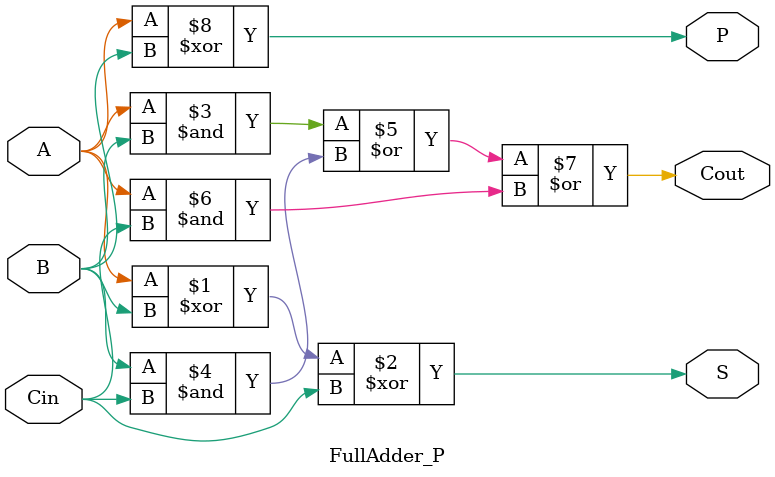
<source format=v>
`timescale 1ns / 1ps
module FullAdder_P(
	 input A,B,
    input Cin,
    output S,
    output P,
	 output Cout
    );
	 
assign #0.4 S=A^B^Cin;
assign #0.2 Cout=(A&B)|(B&Cin)|(A&Cin);
assign #0.1 P=A^B;


endmodule

</source>
